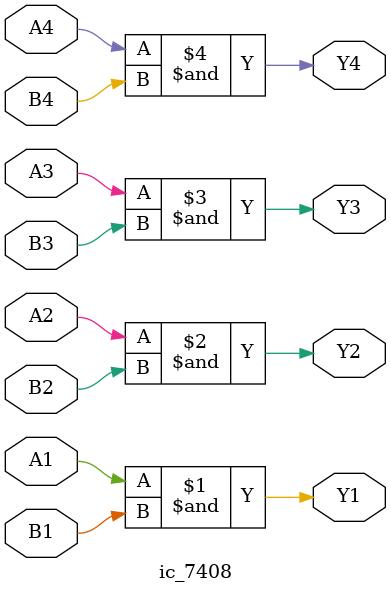
<source format=v>


module ic_7408(
    Y1, A1, B1,
    Y2, A2, B2,
    Y3, A3, B3,
    Y4, A4, B4);
    output Y1, Y2, Y3, Y4;
    input A1, B1, A2, B2, A3, B3, A4, B4;

    assign Y1 = (A1 & B1); 
    assign Y2 = (A2 & B2); 
    assign Y3 = (A3 & B3); 
    assign Y4 = (A4 & B4); 

endmodule

</source>
